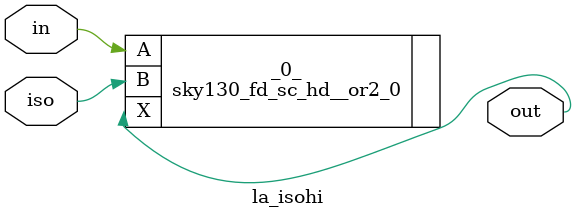
<source format=v>
/* Generated by Yosys 0.37 (git sha1 a5c7f69ed, clang 14.0.0-1ubuntu1.1 -fPIC -Os) */

module la_isohi(iso, in, out);
  input in;
  wire in;
  input iso;
  wire iso;
  output out;
  wire out;
  sky130_fd_sc_hd__or2_0 _0_ (
    .A(in),
    .B(iso),
    .X(out)
  );
endmodule

</source>
